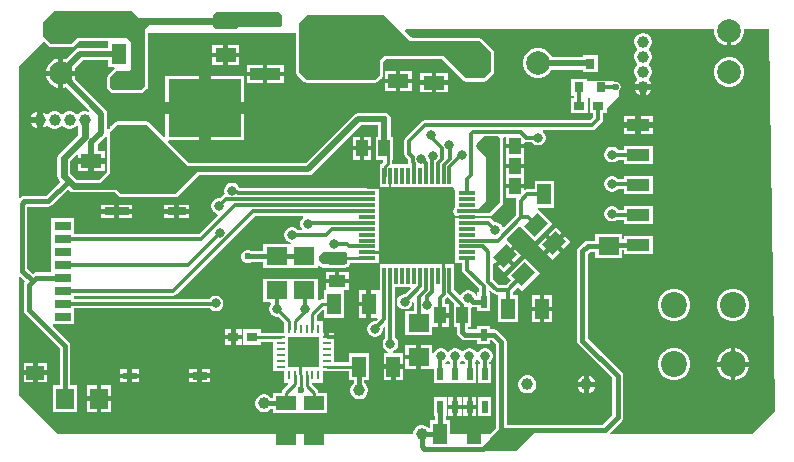
<source format=gtl>
G04*
G04 #@! TF.GenerationSoftware,Altium Limited,Altium Designer,23.7.1 (13)*
G04*
G04 Layer_Physical_Order=1*
G04 Layer_Color=255*
%FSLAX25Y25*%
%MOIN*%
G70*
G04*
G04 #@! TF.SameCoordinates,F4DCA568-12CF-4C60-A2D5-0128ED73B792*
G04*
G04*
G04 #@! TF.FilePolarity,Positive*
G04*
G01*
G75*
%ADD17R,0.10236X0.03937*%
%ADD18R,0.24410X0.19291*%
%ADD19R,0.03799X0.03150*%
%ADD20R,0.07520X0.04095*%
%ADD21R,0.03937X0.05709*%
%ADD22R,0.07087X0.04528*%
%ADD23R,0.03150X0.03543*%
%ADD24R,0.07087X0.04842*%
%ADD25R,0.04842X0.07087*%
%ADD26R,0.07087X0.05906*%
%ADD27R,0.04528X0.07087*%
%ADD28R,0.01181X0.05709*%
%ADD29R,0.05709X0.01181*%
G04:AMPARAMS|DCode=30|XSize=62.99mil|YSize=49.21mil|CornerRadius=0mil|HoleSize=0mil|Usage=FLASHONLY|Rotation=225.000|XOffset=0mil|YOffset=0mil|HoleType=Round|Shape=Rectangle|*
%AMROTATEDRECTD30*
4,1,4,0.00487,0.03967,0.03967,0.00487,-0.00487,-0.03967,-0.03967,-0.00487,0.00487,0.03967,0.0*
%
%ADD30ROTATEDRECTD30*%

%ADD31R,0.02165X0.04134*%
%ADD32R,0.05709X0.03937*%
%ADD33R,0.05906X0.07087*%
%ADD34R,0.05512X0.03150*%
%ADD35R,0.07087X0.05315*%
%ADD36R,0.08425X0.02559*%
%ADD37R,0.06299X0.02559*%
%ADD38R,0.01772X0.04331*%
%ADD39R,0.01772X0.04528*%
%ADD40R,0.05118X0.02559*%
%ADD41R,0.04528X0.02362*%
%ADD42R,0.05906X0.04567*%
%ADD43R,0.03150X0.00984*%
%ADD44R,0.00984X0.03150*%
%ADD45R,0.02362X0.04331*%
%ADD82C,0.01500*%
%ADD83C,0.02000*%
%ADD84C,0.01200*%
%ADD85C,0.01000*%
%ADD86C,0.02200*%
%ADD87C,0.03937*%
%ADD88C,0.08661*%
%ADD89C,0.07874*%
%ADD90C,0.02362*%
%ADD91C,0.03150*%
G36*
X91732Y146063D02*
Y142520D01*
X91339Y142126D01*
X77165D01*
X76378Y141339D01*
X69685D01*
X68898Y142126D01*
Y146063D01*
X69685Y146850D01*
X90945D01*
X91732Y146063D01*
D02*
G37*
G36*
X256102Y13976D02*
X248425Y6299D01*
X201405D01*
X201214Y6761D01*
X205002Y10549D01*
X205002Y10549D01*
X205389Y11128D01*
X205524Y11811D01*
Y25591D01*
X205524Y25591D01*
X205389Y26273D01*
X205002Y26852D01*
X193713Y38141D01*
Y66401D01*
X194426Y67113D01*
X196244D01*
Y64945D01*
X205331D01*
Y67625D01*
X205870D01*
Y66362D01*
X215390D01*
Y72457D01*
X205870D01*
Y71194D01*
X205331D01*
Y72850D01*
X196244D01*
Y70682D01*
X193686D01*
X193004Y70546D01*
X192425Y70159D01*
X192425Y70159D01*
X190667Y68402D01*
X190281Y67823D01*
X190145Y67140D01*
Y37402D01*
X190281Y36719D01*
X190667Y36140D01*
X201956Y24851D01*
Y12550D01*
X198670Y9265D01*
X166745D01*
Y37008D01*
X166609Y37691D01*
X166222Y38269D01*
X163860Y40632D01*
X163281Y41019D01*
X162598Y41154D01*
X161138D01*
Y42437D01*
X156972D01*
Y41154D01*
X153753D01*
Y42012D01*
X154937D01*
Y48340D01*
X155324Y48657D01*
X155564Y48609D01*
X156972D01*
Y47327D01*
X161138D01*
Y53461D01*
X160687D01*
Y54070D01*
X161148Y54261D01*
X162232Y53177D01*
X162761Y52824D01*
X163386Y52699D01*
X163414D01*
X163862Y52575D01*
Y43488D01*
X170390D01*
Y52575D01*
X168780D01*
Y53655D01*
X170541Y55416D01*
X171834Y54123D01*
X177703Y59991D01*
X172809Y64885D01*
X166940Y59017D01*
X168234Y57723D01*
X166472Y55962D01*
X164062D01*
X162261Y57762D01*
Y63043D01*
X162723Y63234D01*
X162732Y63225D01*
X165667Y66159D01*
X168601Y69093D01*
X166684Y71010D01*
X166717Y71496D01*
X170630Y75409D01*
X171116Y75442D01*
X176010Y70548D01*
X181879Y76416D01*
X177118Y81177D01*
X177306Y81677D01*
X182595D01*
Y90764D01*
X176067D01*
Y87852D01*
X173622D01*
X172998Y87728D01*
X172957Y87700D01*
X172457Y87967D01*
Y88226D01*
X166520D01*
Y85122D01*
X169715D01*
X169896Y84784D01*
X169938Y84622D01*
X169825Y84055D01*
Y79219D01*
X165855Y75249D01*
X165296Y75397D01*
X165052Y75820D01*
X164573Y76299D01*
X163986Y76638D01*
X163331Y76814D01*
X162724D01*
X161711Y77827D01*
X161182Y78180D01*
X160558Y78305D01*
X153445D01*
X153240Y78264D01*
X149591D01*
Y75083D01*
Y71146D01*
Y67209D01*
Y63272D01*
X151813D01*
Y61122D01*
X151938Y60498D01*
X152291Y59969D01*
X157424Y54836D01*
Y53461D01*
X156972D01*
Y52178D01*
X156448D01*
X156346Y52559D01*
X156007Y53146D01*
X155527Y53626D01*
X154940Y53965D01*
X154285Y54140D01*
X153607D01*
X152953Y53965D01*
X152365Y53626D01*
X151886Y53146D01*
X151652Y52741D01*
X151086Y52599D01*
X149269Y54416D01*
Y59055D01*
X149228Y59260D01*
Y62909D01*
X146047D01*
Y59260D01*
X146006Y59055D01*
X145291D01*
Y62909D01*
X124394D01*
Y59260D01*
X124353Y59055D01*
Y54343D01*
X123933Y54150D01*
X123853Y54150D01*
X121419D01*
Y49606D01*
Y45063D01*
X123545D01*
X123752Y44563D01*
X123102Y43913D01*
X122496D01*
X121841Y43738D01*
X121254Y43399D01*
X120774Y42919D01*
X120435Y42332D01*
X120260Y41678D01*
Y41000D01*
X120435Y40345D01*
X120774Y39758D01*
X121254Y39278D01*
X121841Y38939D01*
X122496Y38764D01*
X123174D01*
X123828Y38939D01*
X124416Y39278D01*
X124895Y39758D01*
X125234Y40345D01*
X125409Y41000D01*
Y41606D01*
X125859Y42056D01*
X126321Y41865D01*
Y38230D01*
X125892Y37801D01*
X125553Y37214D01*
X125378Y36559D01*
Y35882D01*
X125553Y35227D01*
X125892Y34639D01*
X126372Y34160D01*
X126959Y33821D01*
X127100Y33784D01*
X127034Y33283D01*
X125673D01*
Y29490D01*
X128937D01*
X132201D01*
Y33283D01*
X128872D01*
X128806Y33784D01*
X128947Y33821D01*
X129534Y34160D01*
X130013Y34639D01*
X130352Y35227D01*
X130527Y35882D01*
Y36559D01*
X130352Y37214D01*
X130013Y37801D01*
X129584Y38230D01*
Y55201D01*
X134524D01*
X134715Y54739D01*
X132945Y52969D01*
X132338D01*
X131683Y52793D01*
X131096Y52454D01*
X130617Y51975D01*
X130278Y51388D01*
X130102Y50733D01*
Y50055D01*
X130278Y49400D01*
X130617Y48813D01*
X131096Y48333D01*
X131683Y47994D01*
X132338Y47819D01*
X133016D01*
X133671Y47994D01*
X134258Y48333D01*
X134738Y48813D01*
X135076Y49400D01*
X135252Y50055D01*
Y50200D01*
X135270Y50212D01*
X135770Y49945D01*
Y47260D01*
X132858D01*
Y39354D01*
X141945D01*
Y42012D01*
X143738D01*
Y45866D01*
X144488D01*
Y46616D01*
X147457D01*
Y49720D01*
X146119D01*
Y51096D01*
X146823Y51799D01*
X147231Y51839D01*
X148876Y50195D01*
X149000Y49720D01*
X149000D01*
X149000Y49720D01*
Y42012D01*
X150184D01*
Y40249D01*
X150320Y39566D01*
X150707Y38987D01*
X151585Y38108D01*
X152164Y37722D01*
X152847Y37586D01*
X156972D01*
Y36303D01*
X161138D01*
Y37586D01*
X161859D01*
X163176Y36269D01*
Y8219D01*
X161256Y6299D01*
X147752D01*
Y10842D01*
X146371D01*
Y12189D01*
X146768D01*
Y18520D01*
X142405D01*
Y12189D01*
X142802D01*
Y10842D01*
X141224D01*
Y8273D01*
X140945Y8182D01*
X140724Y8159D01*
X140208Y8675D01*
X139532Y9065D01*
X138777Y9268D01*
X137995D01*
X137240Y9065D01*
X136563Y8675D01*
X136010Y8122D01*
X135620Y7445D01*
X135417Y6690D01*
Y6299D01*
X17126D01*
X4134Y19291D01*
Y58575D01*
X4596Y58767D01*
X6209Y57153D01*
X5832Y56588D01*
X5696Y55905D01*
Y47754D01*
X5832Y47071D01*
X6219Y46492D01*
X17704Y35007D01*
Y22654D01*
X15535D01*
Y13567D01*
X23441D01*
Y22654D01*
X21272D01*
Y35746D01*
X21272Y35746D01*
X21137Y36429D01*
X20750Y37007D01*
X20750Y37007D01*
X15419Y42339D01*
X15626Y42839D01*
X22457D01*
Y48142D01*
X67705D01*
X68104Y47743D01*
X68691Y47404D01*
X69346Y47228D01*
X70024D01*
X70679Y47404D01*
X71266Y47743D01*
X71745Y48222D01*
X72084Y48809D01*
X72260Y49464D01*
Y50142D01*
X72084Y50797D01*
X71745Y51384D01*
X71266Y51863D01*
X70679Y52202D01*
X70024Y52378D01*
X69346D01*
X68691Y52202D01*
X68104Y51863D01*
X67646Y51405D01*
X22457D01*
Y52443D01*
X55650D01*
X56274Y52568D01*
X56803Y52921D01*
X82861Y78979D01*
X98749D01*
X98883Y78479D01*
X98813Y78438D01*
X98333Y77959D01*
X97994Y77372D01*
X97819Y76717D01*
Y76039D01*
X97994Y75384D01*
X98333Y74797D01*
X98501Y74629D01*
X98294Y74129D01*
X97226D01*
X97223Y74135D01*
X96744Y74614D01*
X96156Y74953D01*
X95502Y75129D01*
X94824D01*
X94169Y74953D01*
X93582Y74614D01*
X93102Y74135D01*
X92763Y73548D01*
X92588Y72893D01*
Y72215D01*
X92763Y71560D01*
X93102Y70973D01*
X93582Y70494D01*
X94169Y70155D01*
X94731Y70004D01*
X94665Y69504D01*
X85614D01*
Y67335D01*
X81812D01*
X81747Y67400D01*
X80946Y67732D01*
X80078D01*
X79276Y67400D01*
X78663Y66787D01*
X78331Y65985D01*
Y65117D01*
X78663Y64316D01*
X79276Y63702D01*
X80078Y63370D01*
X80946D01*
X81747Y63702D01*
X81812Y63767D01*
X85614D01*
Y61598D01*
X103756D01*
Y62456D01*
X104218Y62647D01*
X104791Y62074D01*
X105122Y61853D01*
X105512Y61776D01*
X113189D01*
X113287Y61795D01*
X114091D01*
Y62255D01*
X114107Y62271D01*
X114328Y62602D01*
X114405Y62992D01*
Y63333D01*
X116323D01*
Y63272D01*
X124031D01*
Y65240D01*
Y66453D01*
X120177D01*
Y67168D01*
X120382Y67208D01*
X124031D01*
Y69177D01*
Y73114D01*
Y77051D01*
Y80988D01*
Y84925D01*
Y88106D01*
X120382D01*
X120177Y88147D01*
X104921D01*
X104893Y88153D01*
X97469D01*
X97441Y88147D01*
X77712D01*
X77645Y88215D01*
X77596Y88395D01*
X77257Y88982D01*
X76778Y89462D01*
X76191Y89801D01*
X75536Y89976D01*
X74858D01*
X74203Y89801D01*
X73616Y89462D01*
X73137Y88982D01*
X72798Y88395D01*
X72622Y87740D01*
Y87063D01*
X72743Y86611D01*
X72506Y86054D01*
X71976Y85701D01*
X71134Y84858D01*
X70527D01*
X69872Y84683D01*
X69285Y84344D01*
X68806Y83864D01*
X68467Y83277D01*
X68291Y82622D01*
Y81945D01*
X68467Y81290D01*
X68806Y80703D01*
X69285Y80223D01*
X69872Y79884D01*
X70268Y79778D01*
X70426Y79229D01*
X64226Y73029D01*
X22457D01*
Y78303D01*
X14945D01*
Y73154D01*
Y68823D01*
Y64492D01*
Y60190D01*
X9980D01*
X9980Y60190D01*
X9297Y60054D01*
X8733Y59676D01*
X6902Y61507D01*
Y82074D01*
X13903D01*
X14586Y82210D01*
X15165Y82597D01*
X20479Y87910D01*
X20927Y87462D01*
X21622Y86998D01*
X22441Y86835D01*
X36132D01*
X37468Y85500D01*
X37799Y85278D01*
X38189Y85201D01*
X56299Y85201D01*
X56689Y85278D01*
X57020Y85500D01*
X59973Y88452D01*
X64147Y92627D01*
X100629D01*
X101410Y92782D01*
X102071Y93224D01*
X118029Y109181D01*
X123945D01*
Y105429D01*
X123016D01*
Y97720D01*
X125478D01*
Y97011D01*
X125181Y96714D01*
X124849Y96218D01*
X124841Y96177D01*
X124394D01*
Y88468D01*
X127575D01*
Y92266D01*
X127586Y92323D01*
X128331D01*
Y88468D01*
X148882D01*
X149238Y88120D01*
D01*
X149238Y88120D01*
X149591Y87766D01*
Y84925D01*
Y81932D01*
X149573Y81921D01*
X149279Y81626D01*
X149058Y81296D01*
X148980Y80905D01*
Y80315D01*
X149058Y79925D01*
X149279Y79594D01*
X149565Y79308D01*
X149591Y79291D01*
Y79020D01*
X150236D01*
X150285Y79010D01*
X161132D01*
X161522Y79088D01*
X161853Y79308D01*
X165288Y82744D01*
X165509Y83074D01*
X165586Y83465D01*
Y104724D01*
X165553Y104892D01*
X165879Y105392D01*
X166520D01*
Y103112D01*
X172457D01*
Y103170D01*
X172957Y103545D01*
X173252Y103487D01*
X175155D01*
X175584Y103058D01*
X176172Y102719D01*
X176826Y102543D01*
X177504D01*
X178159Y102719D01*
X178746Y103058D01*
X179226Y103537D01*
X179565Y104124D01*
X179740Y104779D01*
Y105457D01*
X179565Y106112D01*
X179226Y106699D01*
X178805Y107120D01*
X178846Y107364D01*
X178982Y107620D01*
X195078D01*
X195702Y107744D01*
X196231Y108098D01*
X198398Y110264D01*
X198751Y110793D01*
X198875Y111417D01*
Y113173D01*
X200144D01*
Y114286D01*
X200212Y114743D01*
Y114743D01*
X200212Y114743D01*
X204318Y118849D01*
Y120925D01*
X204639Y121405D01*
X204763Y122029D01*
X204639Y122653D01*
X204285Y123183D01*
X203756Y123536D01*
X203132Y123661D01*
X202652Y123565D01*
X202411Y123806D01*
X193409D01*
Y124653D01*
X188260D01*
Y119110D01*
X189203D01*
Y118323D01*
X188045D01*
Y113173D01*
X193844D01*
Y118323D01*
X194344D01*
Y113173D01*
X195613D01*
Y112093D01*
X194402Y110882D01*
X139445D01*
X138820Y110758D01*
X138291Y110405D01*
X133098Y105212D01*
X132745Y104683D01*
X132621Y104059D01*
Y99645D01*
X132745Y99021D01*
X133098Y98491D01*
X133764Y97826D01*
Y96923D01*
X133813Y96677D01*
X133414Y96177D01*
X128701D01*
X128537Y96378D01*
Y97720D01*
X128953D01*
Y105429D01*
X128023D01*
Y110444D01*
X128165Y110787D01*
Y111654D01*
X127833Y112456D01*
X127220Y113069D01*
X126418Y113402D01*
X125550D01*
X125208Y113260D01*
X117184D01*
X117184Y113260D01*
X116404Y113104D01*
X115742Y112662D01*
X115742Y112662D01*
X99785Y96705D01*
X60839D01*
X59973Y97571D01*
X53833Y103711D01*
X54024Y104173D01*
X64075D01*
Y112819D01*
X52870D01*
Y105327D01*
X52408Y105136D01*
X47374Y110170D01*
X47044Y110391D01*
X46654Y110468D01*
X37008D01*
X36618Y110391D01*
X36287Y110170D01*
X34928Y108811D01*
X34366D01*
Y108249D01*
X34035Y107918D01*
X33599Y108054D01*
X33535Y108103D01*
Y113118D01*
X33380Y113899D01*
X32938Y114560D01*
X22715Y124783D01*
X22985Y125789D01*
X18825D01*
Y121629D01*
X19831Y121899D01*
X27655Y114076D01*
X27348Y113675D01*
X27150Y113790D01*
X26395Y113992D01*
X25613D01*
X24858Y113790D01*
X24181Y113399D01*
X23837Y113054D01*
X23504Y112903D01*
X23171Y113054D01*
X22827Y113399D01*
X22150Y113790D01*
X21395Y113992D01*
X20613D01*
X19858Y113790D01*
X19181Y113399D01*
X18849Y113067D01*
X18514Y112902D01*
X18179Y113067D01*
X17846Y113399D01*
X17169Y113790D01*
X16414Y113992D01*
X15633D01*
X14878Y113790D01*
X14201Y113399D01*
X13844Y113042D01*
X13514Y112903D01*
X13184Y113042D01*
X12827Y113399D01*
X12150Y113790D01*
X12004Y113829D01*
Y111024D01*
Y108218D01*
X12150Y108257D01*
X12827Y108648D01*
X13184Y109005D01*
X13514Y109144D01*
X13844Y109005D01*
X14201Y108648D01*
X14878Y108257D01*
X15633Y108055D01*
X16414D01*
X17169Y108257D01*
X17846Y108648D01*
X18179Y108980D01*
X18514Y109145D01*
X18849Y108980D01*
X19181Y108648D01*
X19858Y108257D01*
X20613Y108055D01*
X21395D01*
X22150Y108257D01*
X22827Y108648D01*
X23171Y108993D01*
X23421Y109106D01*
X23863Y108852D01*
Y106025D01*
X17507Y99669D01*
X17043Y98975D01*
X16880Y98155D01*
Y92396D01*
X17043Y91576D01*
X17507Y90882D01*
X17955Y90434D01*
X13164Y85642D01*
X5997D01*
X5314Y85507D01*
X4735Y85120D01*
X4596Y84981D01*
X4134Y85172D01*
Y128740D01*
X12566Y137173D01*
X14240Y135500D01*
X14570Y135278D01*
X14961Y135201D01*
X21654D01*
X22044Y135278D01*
X22375Y135500D01*
X24044Y137169D01*
X33980D01*
Y135071D01*
X24567D01*
X23787Y134915D01*
X23125Y134473D01*
X19831Y131180D01*
X18825Y131450D01*
Y127289D01*
X22985D01*
X22715Y128296D01*
X25412Y130992D01*
X33980D01*
Y128488D01*
X35894D01*
X36046Y127988D01*
X35893Y127886D01*
X34771Y126764D01*
X34366D01*
Y126359D01*
X33925Y125918D01*
X33704Y125587D01*
X33626Y125197D01*
Y121653D01*
X33704Y121263D01*
X33925Y120933D01*
X34712Y120145D01*
X35043Y119924D01*
X35433Y119846D01*
X44882D01*
X45272Y119924D01*
X45603Y120145D01*
X46284Y120827D01*
X46602D01*
Y121145D01*
X46784Y121326D01*
X47005Y121657D01*
X47083Y122047D01*
Y138976D01*
Y140010D01*
X96618D01*
Y126772D01*
X96696Y126382D01*
X96917Y126051D01*
X99279Y123688D01*
X99610Y123468D01*
X100000Y123390D01*
X122835D01*
X123225Y123468D01*
X123556Y123688D01*
X124540Y124673D01*
X125031D01*
Y125164D01*
X125130Y125263D01*
X125351Y125594D01*
X125429Y125984D01*
Y130286D01*
X126407Y131264D01*
X145247D01*
X152429Y124082D01*
X152759Y123861D01*
X153150Y123784D01*
X159055D01*
X159445Y123861D01*
X159776Y124082D01*
X162138Y126444D01*
X162359Y126775D01*
X162437Y127165D01*
Y133465D01*
X162359Y133855D01*
X162138Y134186D01*
X158201Y138122D01*
X157870Y138344D01*
X157480Y138421D01*
X135118D01*
Y138583D01*
X134906D01*
X132809Y140680D01*
X133001Y141142D01*
X235970D01*
Y140063D01*
X236307Y138807D01*
X236957Y137681D01*
X237876Y136762D01*
X239002Y136112D01*
X240158Y135802D01*
Y140713D01*
X241657D01*
Y135802D01*
X242813Y136112D01*
X243939Y136762D01*
X244858Y137681D01*
X245508Y138807D01*
X245845Y140063D01*
Y141142D01*
X254134D01*
X256102Y13976D01*
D02*
G37*
G36*
X134646Y137402D02*
X157480D01*
X161417Y133465D01*
Y127165D01*
X159055Y124803D01*
X153150D01*
X145669Y132283D01*
X125984D01*
X124409Y130709D01*
Y125984D01*
X122835Y124409D01*
X100000D01*
X97638Y126772D01*
Y143307D01*
X100394Y146063D01*
X125984D01*
X134646Y137402D01*
D02*
G37*
G36*
X44094Y144882D02*
Y144095D01*
X48031D01*
X48425Y143701D01*
X46063Y141339D01*
Y141009D01*
Y138976D01*
Y122047D01*
X44882Y120866D01*
X35433D01*
X34646Y121653D01*
Y125197D01*
X36614Y127165D01*
X40945D01*
X41339Y127559D01*
Y137008D01*
X40157Y138189D01*
X23622D01*
X21654Y136221D01*
X14961D01*
X12205Y138976D01*
Y143701D01*
X15748Y147244D01*
X41732D01*
X44094Y144882D01*
D02*
G37*
G36*
X33626Y105381D02*
X33626Y93729D01*
X31014Y91118D01*
X23328D01*
X22245Y92200D01*
X22245Y92200D01*
X21163Y93283D01*
Y97268D01*
X23302Y99408D01*
X23764Y99216D01*
Y98244D01*
X28307D01*
X32850D01*
Y100665D01*
X30346D01*
Y102659D01*
X32938Y105251D01*
X33126Y105533D01*
X33626Y105381D01*
D02*
G37*
G36*
X63090Y93012D02*
X61614Y94488D01*
X64567D01*
X63090Y93012D01*
D02*
G37*
G36*
X59252Y96850D02*
X63090Y93012D01*
X59252Y89173D01*
X56299Y86221D01*
X38189Y86221D01*
X35827Y88583D01*
X31102Y89764D01*
X34646Y93307D01*
X34646Y107087D01*
X37008Y109449D01*
X46654D01*
X59252Y96850D01*
D02*
G37*
G36*
X164567Y104724D02*
Y83465D01*
X161132Y80029D01*
X150285D01*
X150000Y80315D01*
Y80905D01*
X150294Y81200D01*
X157184D01*
X159843Y83858D01*
Y98425D01*
X156702Y101566D01*
Y103159D01*
X159055Y105512D01*
X163779D01*
X164567Y104724D01*
D02*
G37*
G36*
X113386Y66732D02*
Y62992D01*
X113189Y62795D01*
X105512D01*
X104331Y63976D01*
Y65551D01*
X105709Y66929D01*
X112992D01*
X113386Y66732D01*
D02*
G37*
G36*
X169919Y628D02*
X158108D01*
X164961Y7480D01*
X176772D01*
X169919Y628D01*
D02*
G37*
%LPC*%
G36*
X77618Y135874D02*
X73825D01*
Y133360D01*
X77618D01*
Y135874D01*
D02*
G37*
G36*
X72325D02*
X68532D01*
Y133360D01*
X72325D01*
Y135874D01*
D02*
G37*
G36*
X77618Y131860D02*
X73825D01*
Y129347D01*
X77618D01*
Y131860D01*
D02*
G37*
G36*
X72325D02*
X68532D01*
Y129347D01*
X72325D01*
Y131860D01*
D02*
G37*
G36*
X17325Y131450D02*
X16169Y131140D01*
X15043Y130490D01*
X14124Y129571D01*
X13474Y128445D01*
X13165Y127289D01*
X17325D01*
Y131450D01*
D02*
G37*
G36*
X92354Y129311D02*
X86986D01*
Y127093D01*
X92354D01*
Y129311D01*
D02*
G37*
G36*
X85486D02*
X80118D01*
Y127093D01*
X85486D01*
Y129311D01*
D02*
G37*
G36*
X177815Y134858D02*
X176515D01*
X175260Y134522D01*
X174134Y133872D01*
X173215Y132953D01*
X172565Y131827D01*
X172228Y130571D01*
Y129271D01*
X172565Y128016D01*
X173215Y126890D01*
X174134Y125971D01*
X175260Y125321D01*
X176515Y124984D01*
X177815D01*
X179071Y125321D01*
X180197Y125971D01*
X181116Y126890D01*
X181630Y127780D01*
X192000D01*
Y126984D01*
X197150D01*
Y132527D01*
X192000D01*
Y131858D01*
X181748D01*
X181116Y132953D01*
X180197Y133872D01*
X179071Y134522D01*
X177815Y134858D01*
D02*
G37*
G36*
X135118Y127165D02*
X131325D01*
Y124652D01*
X135118D01*
Y127165D01*
D02*
G37*
G36*
X129825D02*
X126031D01*
Y124652D01*
X129825D01*
Y127165D01*
D02*
G37*
G36*
X147063Y126689D02*
X143270D01*
Y124175D01*
X147063D01*
Y126689D01*
D02*
G37*
G36*
X141770D02*
X137976D01*
Y124175D01*
X141770D01*
Y126689D01*
D02*
G37*
G36*
X92354Y125593D02*
X86986D01*
Y123374D01*
X92354D01*
Y125593D01*
D02*
G37*
G36*
X85486D02*
X80118D01*
Y123374D01*
X85486D01*
Y125593D01*
D02*
G37*
G36*
X212596Y139976D02*
X211814D01*
X211059Y139774D01*
X210382Y139383D01*
X209829Y138831D01*
X209438Y138154D01*
X209236Y137399D01*
Y136617D01*
X209438Y135862D01*
X209829Y135185D01*
X210174Y134841D01*
X210325Y134508D01*
X210174Y134175D01*
X209829Y133831D01*
X209438Y133154D01*
X209236Y132399D01*
Y131617D01*
X209438Y130862D01*
X209829Y130185D01*
X210161Y129853D01*
X210326Y129518D01*
X210161Y129182D01*
X209829Y128850D01*
X209438Y128173D01*
X209236Y127418D01*
Y126637D01*
X209438Y125882D01*
X209829Y125205D01*
X210187Y124848D01*
X210325Y124518D01*
X210187Y124188D01*
X209829Y123831D01*
X209438Y123154D01*
X209399Y123008D01*
X212205D01*
X215010D01*
X214971Y123154D01*
X214580Y123831D01*
X214223Y124188D01*
X214084Y124518D01*
X214223Y124848D01*
X214580Y125205D01*
X214971Y125882D01*
X215173Y126637D01*
Y127418D01*
X214971Y128173D01*
X214580Y128850D01*
X214248Y129182D01*
X214084Y129518D01*
X214248Y129853D01*
X214580Y130185D01*
X214971Y130862D01*
X215173Y131617D01*
Y132399D01*
X214971Y133154D01*
X214580Y133831D01*
X214235Y134175D01*
X214084Y134508D01*
X214235Y134841D01*
X214580Y135185D01*
X214971Y135862D01*
X215173Y136617D01*
Y137399D01*
X214971Y138154D01*
X214580Y138831D01*
X214027Y139383D01*
X213351Y139774D01*
X212596Y139976D01*
D02*
G37*
G36*
X241558Y131870D02*
X240258D01*
X239002Y131534D01*
X237876Y130884D01*
X236957Y129964D01*
X236307Y128839D01*
X235970Y127583D01*
Y126283D01*
X236307Y125028D01*
X236957Y123902D01*
X237876Y122983D01*
X239002Y122333D01*
X240258Y121996D01*
X241558D01*
X242813Y122333D01*
X243939Y122983D01*
X244858Y123902D01*
X245508Y125028D01*
X245845Y126283D01*
Y127583D01*
X245508Y128839D01*
X244858Y129964D01*
X243939Y130884D01*
X242813Y131534D01*
X241558Y131870D01*
D02*
G37*
G36*
X17325Y125789D02*
X13165D01*
X13474Y124634D01*
X14124Y123508D01*
X15043Y122589D01*
X16169Y121939D01*
X17325Y121629D01*
Y125789D01*
D02*
G37*
G36*
X135118Y123152D02*
X131325D01*
Y120638D01*
X135118D01*
Y123152D01*
D02*
G37*
G36*
X129825D02*
X126031D01*
Y120638D01*
X129825D01*
Y123152D01*
D02*
G37*
G36*
X147063Y122675D02*
X143270D01*
Y120161D01*
X147063D01*
Y122675D01*
D02*
G37*
G36*
X141770D02*
X137976D01*
Y120161D01*
X141770D01*
Y122675D01*
D02*
G37*
G36*
X215010Y121008D02*
X213205D01*
Y119203D01*
X213351Y119242D01*
X214027Y119632D01*
X214580Y120185D01*
X214971Y120862D01*
X215010Y121008D01*
D02*
G37*
G36*
X211205D02*
X209399D01*
X209438Y120862D01*
X209829Y120185D01*
X210382Y119632D01*
X211059Y119242D01*
X211205Y119203D01*
Y121008D01*
D02*
G37*
G36*
X79280Y125465D02*
X68075D01*
Y116819D01*
X79280D01*
Y125465D01*
D02*
G37*
G36*
X64075D02*
X52870D01*
Y116819D01*
X64075D01*
Y125465D01*
D02*
G37*
G36*
X10004Y113829D02*
X9858Y113790D01*
X9181Y113399D01*
X8629Y112846D01*
X8238Y112169D01*
X8199Y112024D01*
X10004D01*
Y113829D01*
D02*
G37*
G36*
X215390Y112457D02*
X211630D01*
Y110409D01*
X215390D01*
Y112457D01*
D02*
G37*
G36*
X209630D02*
X205870D01*
Y110409D01*
X209630D01*
Y112457D01*
D02*
G37*
G36*
X10004Y110024D02*
X8199D01*
X8238Y109878D01*
X8629Y109201D01*
X9181Y108648D01*
X9858Y108257D01*
X10004Y108218D01*
Y110024D01*
D02*
G37*
G36*
X215390Y108409D02*
X211630D01*
Y106362D01*
X215390D01*
Y108409D01*
D02*
G37*
G36*
X209630D02*
X205870D01*
Y106362D01*
X209630D01*
Y108409D01*
D02*
G37*
G36*
X79280Y112819D02*
X68075D01*
Y104173D01*
X79280D01*
Y112819D01*
D02*
G37*
G36*
X121472Y105429D02*
X119254D01*
Y102325D01*
X121472D01*
Y105429D01*
D02*
G37*
G36*
X117754D02*
X115535D01*
Y102325D01*
X117754D01*
Y105429D01*
D02*
G37*
G36*
X215390Y102457D02*
X205870D01*
Y101041D01*
X203782D01*
X203353Y101470D01*
X202765Y101809D01*
X202111Y101984D01*
X201433D01*
X200778Y101809D01*
X200191Y101470D01*
X199711Y100990D01*
X199372Y100403D01*
X199197Y99748D01*
Y99071D01*
X199372Y98416D01*
X199711Y97829D01*
X200191Y97349D01*
X200778Y97010D01*
X201433Y96835D01*
X202111D01*
X202765Y97010D01*
X203353Y97349D01*
X203782Y97778D01*
X205870D01*
Y96362D01*
X215390D01*
Y102457D01*
D02*
G37*
G36*
X121472Y100825D02*
X119254D01*
Y97720D01*
X121472D01*
Y100825D01*
D02*
G37*
G36*
X117754D02*
X115535D01*
Y97720D01*
X117754D01*
Y100825D01*
D02*
G37*
G36*
X172457Y101612D02*
X166520D01*
Y98508D01*
Y96419D01*
X172457D01*
Y98508D01*
Y101612D01*
D02*
G37*
G36*
X215390Y92457D02*
X205870D01*
Y91198D01*
X203782D01*
X203353Y91627D01*
X202765Y91966D01*
X202111Y92142D01*
X201433D01*
X200778Y91966D01*
X200191Y91627D01*
X199711Y91148D01*
X199372Y90561D01*
X199197Y89906D01*
Y89772D01*
X199156Y89567D01*
X199197Y89362D01*
Y89228D01*
X199372Y88573D01*
X199711Y87986D01*
X200191Y87507D01*
X200778Y87168D01*
X201433Y86992D01*
X202111D01*
X202765Y87168D01*
X203353Y87507D01*
X203782Y87936D01*
X205870D01*
Y86362D01*
X215390D01*
Y92457D01*
D02*
G37*
G36*
X172457Y94919D02*
X166520D01*
Y91815D01*
Y89726D01*
X172457D01*
Y91815D01*
Y94919D01*
D02*
G37*
G36*
X60882Y82791D02*
X57482D01*
Y81262D01*
X60882D01*
Y82791D01*
D02*
G37*
G36*
X41945D02*
X37482D01*
Y81262D01*
X41945D01*
Y82791D01*
D02*
G37*
G36*
X55982D02*
X52583D01*
Y81262D01*
X55982D01*
Y82791D01*
D02*
G37*
G36*
X35982D02*
X31520D01*
Y81262D01*
X35982D01*
Y82791D01*
D02*
G37*
G36*
X215390Y82457D02*
X205870D01*
Y81041D01*
X203985D01*
X203832Y81305D01*
X203353Y81785D01*
X202765Y82124D01*
X202111Y82299D01*
X201433D01*
X200778Y82124D01*
X200191Y81785D01*
X199711Y81305D01*
X199372Y80718D01*
X199197Y80063D01*
Y79930D01*
X199156Y79724D01*
X199197Y79519D01*
Y79385D01*
X199372Y78731D01*
X199711Y78143D01*
X200191Y77664D01*
X200778Y77325D01*
X201433Y77150D01*
X202111D01*
X202765Y77325D01*
X203353Y77664D01*
X203467Y77778D01*
X205870D01*
Y76362D01*
X215390D01*
Y82457D01*
D02*
G37*
G36*
X60882Y79762D02*
X57482D01*
Y78232D01*
X60882D01*
Y79762D01*
D02*
G37*
G36*
X55982D02*
X52583D01*
Y78232D01*
X55982D01*
Y79762D01*
D02*
G37*
G36*
X41945D02*
X37482D01*
Y78232D01*
X41945D01*
Y79762D01*
D02*
G37*
G36*
X35982D02*
X31520D01*
Y78232D01*
X35982D01*
Y79762D01*
D02*
G37*
G36*
X183109Y75186D02*
X180705Y72782D01*
X182622Y70865D01*
X185026Y73269D01*
X183109Y75186D01*
D02*
G37*
G36*
X186086Y72208D02*
X183683Y69804D01*
X185599Y67888D01*
X188003Y70292D01*
X186086Y72208D01*
D02*
G37*
G36*
X179645Y71721D02*
X177241Y69317D01*
X179157Y67401D01*
X181561Y69804D01*
X179645Y71721D01*
D02*
G37*
G36*
X182622Y68744D02*
X180218Y66340D01*
X182135Y64423D01*
X184539Y66827D01*
X182622Y68744D01*
D02*
G37*
G36*
X169661Y68032D02*
X167258Y65629D01*
X169174Y63712D01*
X171578Y66116D01*
X169661Y68032D01*
D02*
G37*
G36*
X166197Y64568D02*
X163793Y62164D01*
X165710Y60247D01*
X168114Y62651D01*
X166197Y64568D01*
D02*
G37*
G36*
X114091Y60252D02*
X110986D01*
Y58034D01*
X114091D01*
Y60252D01*
D02*
G37*
G36*
X109486D02*
X106382D01*
Y58034D01*
X109486D01*
Y60252D01*
D02*
G37*
G36*
X119919Y54150D02*
X117405D01*
Y50356D01*
X119919D01*
Y54150D01*
D02*
G37*
G36*
X181807Y52575D02*
X179293D01*
Y48781D01*
X181807D01*
Y52575D01*
D02*
G37*
G36*
X177793D02*
X175279D01*
Y48781D01*
X177793D01*
Y52575D01*
D02*
G37*
G36*
X119919Y48856D02*
X117405D01*
Y45063D01*
X119919D01*
Y48856D01*
D02*
G37*
G36*
X103756Y58087D02*
X85614D01*
Y50181D01*
X87959D01*
X88166Y49681D01*
X88097Y49613D01*
X87758Y49025D01*
X87583Y48371D01*
Y47692D01*
X87758Y47038D01*
X88097Y46450D01*
X88577Y45971D01*
X89164Y45632D01*
X89819Y45457D01*
X90496D01*
X90554Y45472D01*
X92565Y43461D01*
Y41339D01*
X92602Y41151D01*
Y40075D01*
X91526D01*
X91339Y40112D01*
X84789D01*
Y41157D01*
X78990D01*
Y36008D01*
X84789D01*
Y37053D01*
X88764D01*
Y35122D01*
Y31185D01*
Y27248D01*
X92602D01*
Y23410D01*
X93777D01*
X93972Y22974D01*
X93975Y22909D01*
X92226Y21160D01*
X91894Y20664D01*
X91778Y20079D01*
Y19799D01*
X88764D01*
Y18320D01*
X88224D01*
X88202Y18358D01*
X87650Y18911D01*
X86973Y19302D01*
X86218Y19504D01*
X85436D01*
X84681Y19302D01*
X84004Y18911D01*
X83451Y18358D01*
X83061Y17681D01*
X82858Y16926D01*
Y16145D01*
X83061Y15390D01*
X83451Y14713D01*
X84004Y14160D01*
X84681Y13769D01*
X85436Y13567D01*
X86218D01*
X86973Y13769D01*
X87650Y14160D01*
X88202Y14713D01*
X88224Y14751D01*
X88764D01*
Y13272D01*
X106905D01*
Y19799D01*
X103892D01*
Y20079D01*
X103775Y20664D01*
X103444Y21160D01*
X101694Y22909D01*
X101901Y23410D01*
X105429D01*
Y27248D01*
X106506D01*
X106693Y27211D01*
X108868D01*
X108868Y27211D01*
X114256D01*
Y24197D01*
X115735D01*
Y23264D01*
X115697Y23242D01*
X115144Y22689D01*
X114753Y22012D01*
X114551Y21257D01*
Y20475D01*
X114753Y19720D01*
X115144Y19044D01*
X115697Y18491D01*
X116374Y18100D01*
X117129Y17898D01*
X117911D01*
X118666Y18100D01*
X119342Y18491D01*
X119895Y19044D01*
X120286Y19720D01*
X120488Y20475D01*
Y21257D01*
X120286Y22012D01*
X119895Y22689D01*
X119342Y23242D01*
X119304Y23264D01*
Y24197D01*
X120783D01*
Y33283D01*
X114256D01*
Y30270D01*
X109268D01*
Y35122D01*
Y38107D01*
X106693D01*
Y38583D01*
X105943D01*
Y40075D01*
X105429D01*
Y43913D01*
X103498D01*
Y45823D01*
X105488Y47813D01*
X105988Y47606D01*
Y45063D01*
X112516D01*
Y53815D01*
X112516Y54150D01*
X112947Y54315D01*
X114091D01*
Y56533D01*
X110236D01*
X106382D01*
X106382Y54406D01*
X105988Y54150D01*
X105988Y54058D01*
Y51136D01*
X105118D01*
X104533Y51019D01*
X104256Y50834D01*
X103756Y51099D01*
Y58087D01*
D02*
G37*
G36*
X242828Y54543D02*
X241424D01*
X240068Y54180D01*
X238853Y53478D01*
X237860Y52486D01*
X237159Y51270D01*
X236795Y49914D01*
Y48511D01*
X237159Y47155D01*
X237860Y45939D01*
X238853Y44947D01*
X240068Y44245D01*
X241424Y43882D01*
X242828D01*
X244184Y44245D01*
X245399Y44947D01*
X246392Y45939D01*
X247093Y47155D01*
X247457Y48511D01*
Y49914D01*
X247093Y51270D01*
X246392Y52486D01*
X245399Y53478D01*
X244184Y54180D01*
X242828Y54543D01*
D02*
G37*
G36*
X223143D02*
X221739D01*
X220383Y54180D01*
X219168Y53478D01*
X218175Y52486D01*
X217474Y51270D01*
X217110Y49914D01*
Y48511D01*
X217474Y47155D01*
X218175Y45939D01*
X219168Y44947D01*
X220383Y44245D01*
X221739Y43882D01*
X223143D01*
X224499Y44245D01*
X225714Y44947D01*
X226707Y45939D01*
X227408Y47155D01*
X227772Y48511D01*
Y49914D01*
X227408Y51270D01*
X226707Y52486D01*
X225714Y53478D01*
X224499Y54180D01*
X223143Y54543D01*
D02*
G37*
G36*
X181807Y47282D02*
X179293D01*
Y43488D01*
X181807D01*
Y47282D01*
D02*
G37*
G36*
X177793D02*
X175279D01*
Y43488D01*
X177793D01*
Y47282D01*
D02*
G37*
G36*
X147457Y45116D02*
X145238D01*
Y42012D01*
X147457D01*
Y45116D01*
D02*
G37*
G36*
X78490Y41157D02*
X76341D01*
Y39333D01*
X78490D01*
Y41157D01*
D02*
G37*
G36*
X74841D02*
X72691D01*
Y39333D01*
X74841D01*
Y41157D01*
D02*
G37*
G36*
X109268Y40075D02*
X107443D01*
Y39333D01*
X109268D01*
Y40075D01*
D02*
G37*
G36*
X78490Y37833D02*
X76341D01*
Y36008D01*
X78490D01*
Y37833D01*
D02*
G37*
G36*
X74841D02*
X72691D01*
Y36008D01*
X74841D01*
Y37833D01*
D02*
G37*
G36*
X136652Y35842D02*
X132858D01*
Y32640D01*
X136652D01*
Y35842D01*
D02*
G37*
G36*
X242876Y34845D02*
Y30278D01*
X247444D01*
X247093Y31585D01*
X246392Y32801D01*
X245399Y33793D01*
X244184Y34495D01*
X242876Y34845D01*
D02*
G37*
G36*
X241376D02*
X240068Y34495D01*
X238853Y33793D01*
X237860Y32801D01*
X237159Y31585D01*
X236808Y30278D01*
X241376D01*
Y34845D01*
D02*
G37*
G36*
X136652Y31140D02*
X132858D01*
Y27937D01*
X136652D01*
Y31140D01*
D02*
G37*
G36*
X13598Y30075D02*
X10396D01*
Y27541D01*
X13598D01*
Y30075D01*
D02*
G37*
G36*
X8896D02*
X5693D01*
Y27541D01*
X8896D01*
Y30075D01*
D02*
G37*
G36*
X67929Y28067D02*
X65120D01*
Y26537D01*
X67929D01*
Y28067D01*
D02*
G37*
G36*
X63620D02*
X60811D01*
Y26537D01*
X63620D01*
Y28067D01*
D02*
G37*
G36*
X44307Y27870D02*
X41793D01*
Y26439D01*
X44307D01*
Y27870D01*
D02*
G37*
G36*
X40293D02*
X37780D01*
Y26439D01*
X40293D01*
Y27870D01*
D02*
G37*
G36*
X247444Y28778D02*
X242876D01*
Y24210D01*
X244184Y24560D01*
X245399Y25262D01*
X246392Y26254D01*
X247093Y27470D01*
X247444Y28778D01*
D02*
G37*
G36*
X241376D02*
X236808D01*
X237159Y27470D01*
X237860Y26254D01*
X238853Y25262D01*
X240068Y24560D01*
X241376Y24210D01*
Y28778D01*
D02*
G37*
G36*
X132201Y27990D02*
X129687D01*
Y24197D01*
X132201D01*
Y27990D01*
D02*
G37*
G36*
X128187D02*
X125673D01*
Y24197D01*
X128187D01*
Y27990D01*
D02*
G37*
G36*
X223143Y34858D02*
X221739D01*
X220383Y34495D01*
X219168Y33793D01*
X218175Y32801D01*
X217474Y31585D01*
X217110Y30229D01*
Y28826D01*
X217474Y27470D01*
X218175Y26254D01*
X219168Y25262D01*
X220383Y24560D01*
X221739Y24197D01*
X223143D01*
X224499Y24560D01*
X225714Y25262D01*
X226707Y26254D01*
X227408Y27470D01*
X227772Y28826D01*
Y30229D01*
X227408Y31585D01*
X226707Y32801D01*
X225714Y33793D01*
X224499Y34495D01*
X223143Y34858D01*
D02*
G37*
G36*
X194057Y25707D02*
Y23585D01*
X196179D01*
X196073Y23980D01*
X195683Y24657D01*
X195130Y25210D01*
X194453Y25601D01*
X194057Y25707D01*
D02*
G37*
G36*
X192557D02*
X192161Y25601D01*
X191484Y25210D01*
X190932Y24657D01*
X190541Y23980D01*
X190435Y23585D01*
X192557D01*
Y25707D01*
D02*
G37*
G36*
X67929Y25037D02*
X65120D01*
Y23508D01*
X67929D01*
Y25037D01*
D02*
G37*
G36*
X63620D02*
X60811D01*
Y23508D01*
X63620D01*
Y25037D01*
D02*
G37*
G36*
X44307Y24939D02*
X41793D01*
Y23508D01*
X44307D01*
Y24939D01*
D02*
G37*
G36*
X40293D02*
X37780D01*
Y23508D01*
X40293D01*
Y24939D01*
D02*
G37*
G36*
X13598Y26041D02*
X10396D01*
Y23508D01*
X13598D01*
Y26041D01*
D02*
G37*
G36*
X8896D02*
X5693D01*
Y23508D01*
X8896D01*
Y26041D01*
D02*
G37*
G36*
X141945Y35842D02*
X138152D01*
Y31890D01*
Y27937D01*
X141905D01*
X141945Y27937D01*
X142405Y27842D01*
Y23213D01*
X146768D01*
Y29543D01*
X146218D01*
Y30082D01*
X146463Y30223D01*
X146942Y30702D01*
X146994Y30792D01*
X147494D01*
X147546Y30702D01*
X147877Y30372D01*
Y29543D01*
X147327D01*
Y23213D01*
X151689D01*
Y29543D01*
X151139D01*
Y30195D01*
X151187Y30223D01*
X151667Y30702D01*
X151718Y30792D01*
X152218D01*
X152270Y30702D01*
X152750Y30223D01*
X152798Y30195D01*
Y29543D01*
X152248D01*
Y23213D01*
X156610D01*
Y29543D01*
X156061D01*
Y30372D01*
X156391Y30702D01*
X156611Y31083D01*
X157169D01*
X157388Y30702D01*
X157719Y30372D01*
Y29543D01*
X157169D01*
Y23213D01*
X161531D01*
Y29543D01*
X160982D01*
Y30195D01*
X161030Y30223D01*
X161509Y30702D01*
X161848Y31290D01*
X162024Y31945D01*
Y32622D01*
X161848Y33277D01*
X161509Y33864D01*
X161030Y34344D01*
X160443Y34683D01*
X159788Y34858D01*
X159110D01*
X158455Y34683D01*
X157868Y34344D01*
X157388Y33864D01*
X157169Y33484D01*
X156611D01*
X156391Y33864D01*
X155912Y34344D01*
X155324Y34683D01*
X154670Y34858D01*
X153992D01*
X153337Y34683D01*
X152750Y34344D01*
X152270Y33864D01*
X152218Y33775D01*
X151718D01*
X151667Y33864D01*
X151187Y34344D01*
X150600Y34683D01*
X149945Y34858D01*
X149267D01*
X148612Y34683D01*
X148025Y34344D01*
X147546Y33864D01*
X147494Y33775D01*
X146994D01*
X146942Y33864D01*
X146463Y34344D01*
X145876Y34683D01*
X145221Y34858D01*
X144543D01*
X143888Y34683D01*
X143301Y34344D01*
X142822Y33864D01*
X142483Y33277D01*
X142445Y33137D01*
X141945Y33202D01*
Y35842D01*
D02*
G37*
G36*
X196179Y22085D02*
X194057D01*
Y19962D01*
X194453Y20068D01*
X195130Y20459D01*
X195683Y21012D01*
X196073Y21689D01*
X196179Y22085D01*
D02*
G37*
G36*
X192557D02*
X190435D01*
X190541Y21689D01*
X190932Y21012D01*
X191484Y20459D01*
X192161Y20068D01*
X192557Y19962D01*
Y22085D01*
D02*
G37*
G36*
X174013Y25803D02*
X173231D01*
X172476Y25601D01*
X171799Y25210D01*
X171247Y24657D01*
X170856Y23980D01*
X170653Y23225D01*
Y22444D01*
X170856Y21689D01*
X171247Y21012D01*
X171799Y20459D01*
X172476Y20068D01*
X173231Y19866D01*
X174013D01*
X174768Y20068D01*
X175445Y20459D01*
X175997Y21012D01*
X176388Y21689D01*
X176591Y22444D01*
Y23225D01*
X176388Y23980D01*
X175997Y24657D01*
X175445Y25210D01*
X174768Y25601D01*
X174013Y25803D01*
D02*
G37*
G36*
X34858Y22654D02*
X31655D01*
Y18860D01*
X34858D01*
Y22654D01*
D02*
G37*
G36*
X30156D02*
X26953D01*
Y18860D01*
X30156D01*
Y22654D01*
D02*
G37*
G36*
X156610Y18520D02*
X155179D01*
Y16104D01*
X156610D01*
Y18520D01*
D02*
G37*
G36*
X151689D02*
X150258D01*
Y16104D01*
X151689D01*
Y18520D01*
D02*
G37*
G36*
X148758D02*
X147327D01*
Y16104D01*
X148758D01*
Y18520D01*
D02*
G37*
G36*
X153679D02*
X152248D01*
Y16104D01*
X153679D01*
Y18520D01*
D02*
G37*
G36*
X34858Y17360D02*
X31655D01*
Y13567D01*
X34858D01*
Y17360D01*
D02*
G37*
G36*
X30156D02*
X26953D01*
Y13567D01*
X30156D01*
Y17360D01*
D02*
G37*
G36*
X161531Y18520D02*
X157169D01*
Y12189D01*
X161531D01*
Y18520D01*
D02*
G37*
G36*
X156610Y14604D02*
X155179D01*
Y12189D01*
X156610D01*
Y14604D01*
D02*
G37*
G36*
X153679D02*
X152248D01*
Y12189D01*
X153679D01*
Y14604D01*
D02*
G37*
G36*
X151689D02*
X150258D01*
Y12189D01*
X151689D01*
Y14604D01*
D02*
G37*
G36*
X148758D02*
X147327D01*
Y12189D01*
X148758D01*
Y14604D01*
D02*
G37*
%LPD*%
G36*
X104118Y37091D02*
Y35122D01*
Y33154D01*
Y31185D01*
Y29217D01*
Y28559D01*
X98508D01*
Y26172D01*
X98470Y25984D01*
X97593D01*
X97555Y26172D01*
Y28559D01*
X93913D01*
Y29217D01*
Y31185D01*
Y33154D01*
Y35122D01*
Y37091D01*
Y38764D01*
X104118D01*
Y37091D01*
D02*
G37*
%LPC*%
G36*
X32850Y96244D02*
X29307D01*
Y93823D01*
X32850D01*
Y96244D01*
D02*
G37*
G36*
X27307D02*
X23764D01*
Y93823D01*
X27307D01*
Y96244D01*
D02*
G37*
%LPD*%
D17*
X40484Y123795D02*
D03*
Y105842D02*
D03*
X86236Y144295D02*
D03*
Y126342D02*
D03*
D18*
X66075Y114819D02*
D03*
X111827Y135319D02*
D03*
D19*
X197244Y115748D02*
D03*
X190945D02*
D03*
X75591Y38583D02*
D03*
X81890D02*
D03*
D20*
X210630Y109409D02*
D03*
Y99410D02*
D03*
Y89410D02*
D03*
Y79409D02*
D03*
Y69410D02*
D03*
D21*
X125984Y101575D02*
D03*
X118504D02*
D03*
X162008Y95669D02*
D03*
X169488D02*
D03*
X162008Y102362D02*
D03*
X169488D02*
D03*
X162008Y88976D02*
D03*
X169488D02*
D03*
X151969Y45866D02*
D03*
X144488D02*
D03*
D22*
X102362Y5118D02*
D03*
Y16535D02*
D03*
X93307D02*
D03*
Y5118D02*
D03*
X73075Y132610D02*
D03*
Y144027D02*
D03*
X142520Y134843D02*
D03*
Y123425D02*
D03*
X130575Y123902D02*
D03*
Y135319D02*
D03*
D23*
X194575Y129756D02*
D03*
X198315Y121882D02*
D03*
X190835D02*
D03*
D24*
X28307Y97244D02*
D03*
X38622D02*
D03*
D25*
X37402Y133031D02*
D03*
Y143347D02*
D03*
D26*
X200787Y57480D02*
D03*
Y68898D02*
D03*
X90158Y65551D02*
D03*
Y54134D02*
D03*
X99213Y65551D02*
D03*
Y54134D02*
D03*
X137402Y43307D02*
D03*
Y31890D02*
D03*
D27*
X179331Y86221D02*
D03*
X190748D02*
D03*
X178543Y48031D02*
D03*
X167126D02*
D03*
X120669Y49606D02*
D03*
X109252D02*
D03*
X117520Y28740D02*
D03*
X128937D02*
D03*
X155905Y6299D02*
D03*
X144488D02*
D03*
D28*
X147638Y92323D02*
D03*
X145669D02*
D03*
X129921D02*
D03*
X131890D02*
D03*
X143701D02*
D03*
X141732D02*
D03*
X139764D02*
D03*
X137795D02*
D03*
X135827D02*
D03*
X125984D02*
D03*
X127953D02*
D03*
X133858D02*
D03*
X147638Y59055D02*
D03*
X145669D02*
D03*
X143701D02*
D03*
X141732D02*
D03*
X139764D02*
D03*
X137795D02*
D03*
X135827D02*
D03*
X133858D02*
D03*
X131890D02*
D03*
X129921D02*
D03*
X127953D02*
D03*
X125984D02*
D03*
D29*
X120177Y64862D02*
D03*
Y66831D02*
D03*
Y68799D02*
D03*
Y70768D02*
D03*
Y72736D02*
D03*
Y74705D02*
D03*
Y76673D02*
D03*
Y78642D02*
D03*
Y80610D02*
D03*
Y82579D02*
D03*
Y84547D02*
D03*
Y86516D02*
D03*
X153445D02*
D03*
Y84547D02*
D03*
Y82579D02*
D03*
Y80610D02*
D03*
Y78642D02*
D03*
Y76673D02*
D03*
Y74705D02*
D03*
Y72736D02*
D03*
Y70768D02*
D03*
Y68799D02*
D03*
Y66831D02*
D03*
Y64862D02*
D03*
D30*
X182622Y69804D02*
D03*
X176497Y75929D02*
D03*
X172321Y59504D02*
D03*
X166197Y65629D02*
D03*
D31*
X159055Y39370D02*
D03*
Y50394D02*
D03*
D32*
X110236Y64764D02*
D03*
Y57284D02*
D03*
D33*
X19488Y18110D02*
D03*
X30906D02*
D03*
D34*
X18701Y45413D02*
D03*
Y49744D02*
D03*
Y54075D02*
D03*
Y58406D02*
D03*
Y62736D02*
D03*
Y67067D02*
D03*
Y71398D02*
D03*
Y75728D02*
D03*
D35*
X10630Y79232D02*
D03*
D36*
X36732Y80512D02*
D03*
D37*
X56732D02*
D03*
D38*
X62657Y79626D02*
D03*
D39*
X65256Y79527D02*
D03*
D40*
X64370Y25787D02*
D03*
D41*
X41043Y25689D02*
D03*
D42*
X9646Y26791D02*
D03*
D43*
X91339Y38583D02*
D03*
X106693D02*
D03*
X91339Y36614D02*
D03*
Y34646D02*
D03*
Y32677D02*
D03*
Y30709D02*
D03*
Y28740D02*
D03*
X106693D02*
D03*
Y30709D02*
D03*
Y32677D02*
D03*
Y34646D02*
D03*
Y36614D02*
D03*
D44*
X94095Y25984D02*
D03*
X96063D02*
D03*
X98032D02*
D03*
X100000D02*
D03*
X101969D02*
D03*
X103937D02*
D03*
Y41339D02*
D03*
X101969D02*
D03*
X100000D02*
D03*
X98032D02*
D03*
X96063D02*
D03*
X94095D02*
D03*
D45*
X144587Y15354D02*
D03*
X149508D02*
D03*
X154429D02*
D03*
X159350D02*
D03*
Y26378D02*
D03*
X154429D02*
D03*
X149508D02*
D03*
X144587D02*
D03*
D82*
Y6398D02*
Y15354D01*
X199409Y7480D02*
X203740Y11811D01*
X191929Y37402D02*
X203740Y25591D01*
Y11811D02*
Y25591D01*
X191929Y67140D02*
X193686Y68898D01*
X191929Y37402D02*
Y67140D01*
X193686Y68898D02*
X200787D01*
X164961Y7480D02*
X199409D01*
X200787Y68898D02*
X201299Y69410D01*
X210630D01*
X158858Y1378D02*
X164961Y7480D01*
X138386Y2257D02*
Y6299D01*
Y2257D02*
X139265Y1378D01*
X158858D01*
X164961Y7480D02*
Y37008D01*
X159055Y39370D02*
X162598D01*
X164961Y37008D01*
X152847Y39370D02*
X159055D01*
X151969Y40249D02*
Y45866D01*
Y40249D02*
X152847Y39370D01*
X153946Y51565D02*
X154393D01*
X155564Y50394D01*
X138386Y6299D02*
X144488D01*
X117520Y20866D02*
Y28740D01*
X85827Y16535D02*
X93307D01*
X90158Y65551D02*
X99213D01*
X80512D02*
X90158D01*
X80512Y65551D02*
X80512Y65551D01*
X8730Y57156D02*
X9980Y58406D01*
X7480Y55905D02*
X8730Y57156D01*
X5118Y60768D02*
Y82980D01*
X5997Y83858D01*
X13903D01*
X20731Y90686D01*
X5118Y60768D02*
X8730Y57156D01*
X155564Y50394D02*
X159055D01*
X99213Y54134D02*
X99606Y53740D01*
X7480Y47754D02*
Y55905D01*
X9980Y58406D02*
X18701D01*
X7480Y47754D02*
X19488Y35746D01*
Y18110D02*
Y35746D01*
D83*
X100629Y94666D02*
X117184Y111221D01*
X125984Y101575D02*
Y111221D01*
X117184D02*
X125984D01*
X58503Y94666D02*
X100629D01*
X28307Y103504D02*
X31496Y106693D01*
X18075Y126539D02*
X31496Y113118D01*
Y106693D02*
Y113118D01*
X28307Y97244D02*
Y103504D01*
X18075Y126539D02*
X24567Y133031D01*
X37402D01*
X177260Y129819D02*
X194512D01*
D84*
X200787Y79724D02*
X201102Y79409D01*
X210630D01*
X200787Y89567D02*
X210472D01*
X201772Y99410D02*
X210630D01*
X134252Y104059D02*
X139445Y109251D01*
X195078D01*
X197244Y111417D01*
X141345Y105371D02*
X145082Y101635D01*
X141345Y105371D02*
Y105899D01*
X198315Y121882D02*
X202984D01*
X203132Y122029D01*
X210472Y89567D02*
X210630Y89410D01*
X160558Y76673D02*
X162992Y74239D01*
X153445Y76673D02*
X160558D01*
X153445Y70768D02*
X163681D01*
X171457Y78543D01*
X197244Y111417D02*
Y115748D01*
X154724Y92520D02*
Y106321D01*
X155427Y107024D01*
X171347D02*
X173252Y105118D01*
X155427Y107024D02*
X171347D01*
X190551Y115748D02*
X190835Y116032D01*
Y121882D01*
X173252Y105118D02*
X177165D01*
X147847Y98084D02*
Y102546D01*
X145669Y95905D02*
X147847Y98084D01*
X143701Y96482D02*
X145050Y97832D01*
Y98383D02*
X145082Y98415D01*
X145050Y97832D02*
Y98383D01*
X145082Y98415D02*
Y101635D01*
X141732Y92323D02*
Y97910D01*
X142307Y98485D01*
Y99013D01*
X145669Y92323D02*
Y95905D01*
X143701Y92323D02*
Y96482D01*
X147644Y102750D02*
X147847Y102546D01*
X153445Y91240D02*
X154724Y92520D01*
X147638Y95328D02*
X151516Y99207D01*
X151950D01*
X159350Y32185D02*
X159449Y32283D01*
X159350Y26378D02*
Y32185D01*
X151969Y45866D02*
Y49409D01*
X147638Y53740D02*
X151969Y49409D01*
X147638Y53740D02*
Y59055D01*
X144488Y51772D02*
X145669Y52953D01*
X144488Y45866D02*
Y51772D01*
X140176Y49213D02*
Y52184D01*
X141732Y53740D01*
Y59055D01*
X137402Y43307D02*
Y52039D01*
X139764Y54401D02*
Y59055D01*
X137402Y52039D02*
X139764Y54401D01*
X132677Y50394D02*
X137795Y55512D01*
Y59055D01*
X145669Y52953D02*
Y59055D01*
X60374Y62736D02*
X71063Y73425D01*
X18701Y71398D02*
X64902D01*
X76083Y82579D02*
X120177D01*
X64902Y71398D02*
X76083Y82579D01*
X73130Y84547D02*
X120177D01*
X70866Y82284D02*
X73130Y84547D01*
X18701Y49744D02*
X18730Y49774D01*
X69656D01*
X69685Y49803D01*
X18701Y54075D02*
X55650D01*
X82185Y80610D01*
X120177D01*
X18701Y62736D02*
X60374D01*
X127953Y55601D02*
X127953Y55601D01*
Y36220D02*
Y55601D01*
X125984Y44488D02*
Y59055D01*
X122835Y41339D02*
X125984Y44488D01*
X127953Y55601D02*
Y59055D01*
X135395Y96923D02*
X135827Y96491D01*
X135395Y96923D02*
Y98502D01*
X134252Y99645D02*
X135395Y98502D01*
X147638Y92323D02*
Y95328D01*
X139764Y92323D02*
Y96478D01*
X138170Y98072D02*
X139764Y96478D01*
X135827Y92323D02*
Y96491D01*
X109055Y69685D02*
X113386D01*
X114272Y68799D02*
X120177D01*
X113386Y69685D02*
X114272Y68799D01*
X153445Y86516D02*
Y91240D01*
X134252Y99645D02*
Y104059D01*
X154331Y32283D02*
X154429Y32185D01*
Y26378D02*
Y32185D01*
X90158Y48031D02*
Y54134D01*
X144587Y31988D02*
X144882Y32283D01*
X144587Y26378D02*
Y31988D01*
X149508Y32185D02*
X149606Y32283D01*
X149508Y26378D02*
Y32185D01*
X99233Y47658D02*
X99606Y48031D01*
X99233Y47113D02*
Y47658D01*
X99606Y48031D02*
Y53740D01*
X90158Y54134D02*
X90158Y54134D01*
X106356Y72497D02*
X108563Y74705D01*
X96953Y72497D02*
X106356D01*
X108563Y74705D02*
X117923D01*
X95162Y72554D02*
X96897D01*
X96953Y72497D01*
X100689Y76673D02*
X120177D01*
X100394Y76378D02*
X100689Y76673D01*
X77036Y86516D02*
X97463D01*
X97469Y86521D02*
X104893D01*
X104899Y86516D01*
X120177D01*
X97463D02*
X97469Y86521D01*
X76151Y87402D02*
X77036Y86516D01*
X75197Y87402D02*
X76151D01*
X159055Y51968D02*
Y55512D01*
X153445Y61122D02*
Y64862D01*
Y61122D02*
X159055Y55512D01*
X160630Y57087D02*
X163386Y54331D01*
X160630Y57087D02*
Y67014D01*
X163386Y54331D02*
X167148D01*
X158844Y68799D02*
X160630Y67014D01*
X173622Y86221D02*
X179331D01*
X171457Y78543D02*
Y84055D01*
X173622Y86221D01*
X171457Y78543D02*
X171550Y78637D01*
X167148Y48054D02*
Y54331D01*
X171550Y78637D02*
X173790D01*
X176497Y75929D01*
X153445Y68799D02*
X158844D01*
X167148Y54331D02*
X172321Y59504D01*
D85*
X127007Y96378D02*
Y100552D01*
X126262Y95263D02*
Y95633D01*
X126075Y92413D02*
Y95076D01*
X125984Y92323D02*
X126075Y92413D01*
Y95076D02*
X126262Y95263D01*
X125984Y101575D02*
X127007Y100552D01*
X126262Y95633D02*
X127007Y96378D01*
X93307Y16535D02*
Y20079D01*
X98032Y20866D02*
Y23809D01*
X98032Y23810D01*
Y25984D01*
X96063Y22877D02*
Y25984D01*
X95160Y21974D02*
X96063Y22877D01*
X93307Y20079D02*
X95160Y21932D01*
Y21974D01*
X100000Y22441D02*
X102362Y20079D01*
X100000Y22441D02*
Y25984D01*
X102362Y16535D02*
Y20079D01*
X110335Y64862D02*
X120177D01*
X110236Y64764D02*
X110335Y64862D01*
X81890Y38583D02*
X91339D01*
X90158Y48031D02*
X94095Y44094D01*
X108868Y28740D02*
X108868Y28740D01*
X106693Y28740D02*
X108868D01*
X108868Y28740D02*
X117520D01*
X101969Y46457D02*
X105118Y49606D01*
X101969Y41339D02*
Y46457D01*
X105118Y49606D02*
X109252D01*
X96063Y43942D02*
X99233Y47113D01*
X96063Y41339D02*
Y43942D01*
X94095Y41339D02*
Y44094D01*
D86*
X20731Y90686D02*
X22441Y88976D01*
X19022Y92396D02*
X20731Y90686D01*
X41732Y144095D02*
X68865D01*
X68932Y144027D01*
X73075D01*
X19022Y98155D02*
X26004Y105138D01*
X19022Y92396D02*
Y98155D01*
X22441Y88976D02*
X39764D01*
X26004Y105138D02*
Y111024D01*
D87*
X212205Y137008D02*
D03*
Y132008D02*
D03*
Y127027D02*
D03*
Y122008D02*
D03*
X173622Y22835D02*
D03*
X193307D02*
D03*
X26004Y111024D02*
D03*
X21004D02*
D03*
X16024D02*
D03*
X11004D02*
D03*
X138386Y6299D02*
D03*
X117520Y20866D02*
D03*
X85827Y16535D02*
D03*
D88*
X242126Y49213D02*
D03*
Y29528D02*
D03*
X222441D02*
D03*
Y49213D02*
D03*
D89*
X240908Y140713D02*
D03*
Y126933D02*
D03*
X18075Y126539D02*
D03*
Y140319D02*
D03*
X177165Y129921D02*
D03*
X157480D02*
D03*
D90*
X125984Y111221D02*
D03*
X203132Y122029D02*
D03*
X90551Y22047D02*
D03*
X98032Y20866D02*
D03*
X105512Y64764D02*
D03*
X80512Y65551D02*
D03*
X44882Y88976D02*
D03*
X48425D02*
D03*
X51772D02*
D03*
X55118D02*
D03*
D91*
X201772Y79724D02*
D03*
Y89567D02*
D03*
Y99410D02*
D03*
X141345Y105899D02*
D03*
X162992Y74239D02*
D03*
X142307Y99013D02*
D03*
X151950Y99207D02*
D03*
X147644Y102750D02*
D03*
X158287Y102381D02*
D03*
X159449Y32283D02*
D03*
X153946Y51565D02*
D03*
X140176Y49213D02*
D03*
X132677Y50394D02*
D03*
X71063Y73425D02*
D03*
X70866Y82284D02*
D03*
X69685Y49803D02*
D03*
X122835Y41339D02*
D03*
X127953Y36220D02*
D03*
X138170Y98072D02*
D03*
X109055Y69685D02*
D03*
X177165Y105118D02*
D03*
X154331Y32283D02*
D03*
X90158Y48031D02*
D03*
X144882Y32283D02*
D03*
X149606D02*
D03*
X99606Y48031D02*
D03*
X100394Y76378D02*
D03*
X95162Y72554D02*
D03*
X75197Y87402D02*
D03*
M02*

</source>
